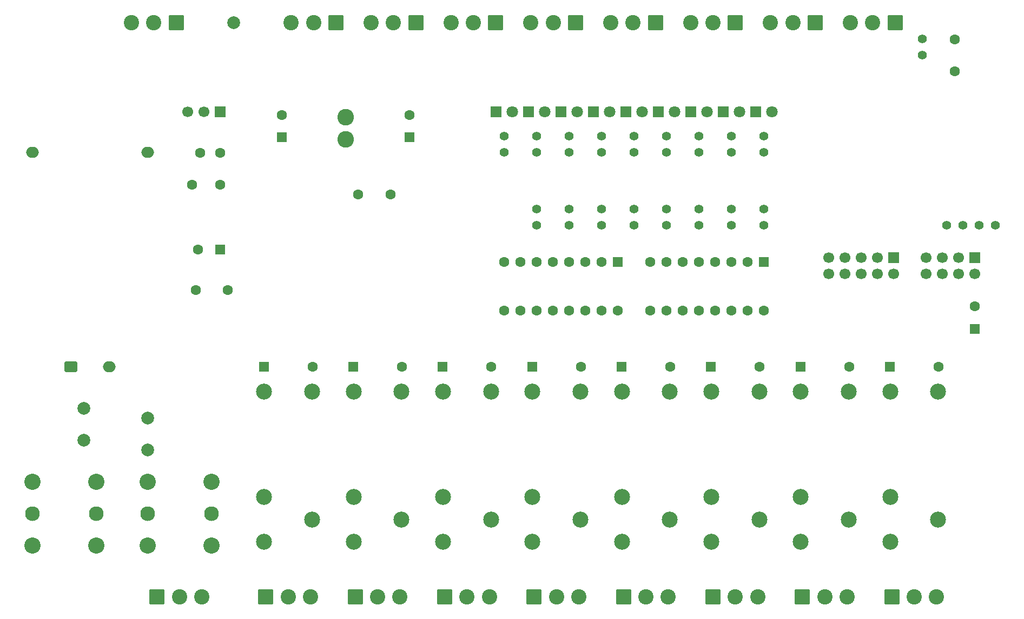
<source format=gbr>
%TF.GenerationSoftware,KiCad,Pcbnew,9.0.3*%
%TF.CreationDate,2025-07-21T16:07:52+02:00*%
%TF.ProjectId,lokho1-z,6c6f6b68-6f31-42d7-9a2e-6b696361645f,rev?*%
%TF.SameCoordinates,Original*%
%TF.FileFunction,Soldermask,Bot*%
%TF.FilePolarity,Negative*%
%FSLAX46Y46*%
G04 Gerber Fmt 4.6, Leading zero omitted, Abs format (unit mm)*
G04 Created by KiCad (PCBNEW 9.0.3) date 2025-07-21 16:07:52*
%MOMM*%
%LPD*%
G01*
G04 APERTURE LIST*
G04 Aperture macros list*
%AMRoundRect*
0 Rectangle with rounded corners*
0 $1 Rounding radius*
0 $2 $3 $4 $5 $6 $7 $8 $9 X,Y pos of 4 corners*
0 Add a 4 corners polygon primitive as box body*
4,1,4,$2,$3,$4,$5,$6,$7,$8,$9,$2,$3,0*
0 Add four circle primitives for the rounded corners*
1,1,$1+$1,$2,$3*
1,1,$1+$1,$4,$5*
1,1,$1+$1,$6,$7*
1,1,$1+$1,$8,$9*
0 Add four rect primitives between the rounded corners*
20,1,$1+$1,$2,$3,$4,$5,0*
20,1,$1+$1,$4,$5,$6,$7,0*
20,1,$1+$1,$6,$7,$8,$9,0*
20,1,$1+$1,$8,$9,$2,$3,0*%
G04 Aperture macros list end*
%ADD10C,1.400000*%
%ADD11C,2.000000*%
%ADD12C,1.600000*%
%ADD13C,2.540000*%
%ADD14C,2.300000*%
%ADD15RoundRect,0.250000X-0.550000X-0.550000X0.550000X-0.550000X0.550000X0.550000X-0.550000X0.550000X0*%
%ADD16C,2.400000*%
%ADD17RoundRect,0.250001X-0.949999X-0.949999X0.949999X-0.949999X0.949999X0.949999X-0.949999X0.949999X0*%
%ADD18C,2.500000*%
%ADD19C,1.700000*%
%ADD20R,1.700000X1.700000*%
%ADD21RoundRect,0.250000X0.550000X0.550000X-0.550000X0.550000X-0.550000X-0.550000X0.550000X-0.550000X0*%
%ADD22RoundRect,0.250000X0.550000X-0.550000X0.550000X0.550000X-0.550000X0.550000X-0.550000X-0.550000X0*%
%ADD23R,1.800000X1.800000*%
%ADD24C,1.800000*%
%ADD25RoundRect,0.250000X-0.550000X0.550000X-0.550000X-0.550000X0.550000X-0.550000X0.550000X0.550000X0*%
%ADD26C,2.600000*%
%ADD27RoundRect,0.250001X0.949999X0.949999X-0.949999X0.949999X-0.949999X-0.949999X0.949999X-0.949999X0*%
%ADD28O,2.000000X1.700000*%
%ADD29RoundRect,0.250000X0.750000X-0.600000X0.750000X0.600000X-0.750000X0.600000X-0.750000X-0.600000X0*%
G04 APERTURE END LIST*
D10*
%TO.C,R4*%
X185255000Y-60160000D03*
X185255000Y-57620000D03*
%TD*%
D11*
%TO.C,RV3*%
X54000000Y-120500000D03*
X64000000Y-122000000D03*
%TD*%
D12*
%TO.C,RV2*%
X70940000Y-80440000D03*
X72240000Y-75440000D03*
%TD*%
D11*
%TO.C,RV1*%
X54000000Y-115500000D03*
X64000000Y-117000000D03*
%TD*%
D12*
%TO.C,F3*%
X75400000Y-75440000D03*
X75400000Y-80440000D03*
%TD*%
D13*
%TO.C,F2*%
X46000000Y-127000000D03*
X46000000Y-137000000D03*
X56000000Y-127000000D03*
X56000000Y-137000000D03*
D14*
X46000000Y-132000000D03*
X56000000Y-132000000D03*
%TD*%
D13*
%TO.C,F1*%
X74000000Y-137000000D03*
X74000000Y-127000000D03*
X64000000Y-137000000D03*
X64000000Y-127000000D03*
D14*
X74000000Y-132000000D03*
X64000000Y-132000000D03*
%TD*%
D12*
%TO.C,D8*%
X117810000Y-109000000D03*
D15*
X110190000Y-109000000D03*
%TD*%
%TO.C,D6*%
X82190000Y-109000000D03*
D12*
X89810000Y-109000000D03*
%TD*%
%TO.C,D16*%
X173810000Y-109000000D03*
D15*
X166190000Y-109000000D03*
%TD*%
D12*
%TO.C,D12*%
X145810000Y-109000000D03*
D15*
X138190000Y-109000000D03*
%TD*%
D12*
%TO.C,D9*%
X131810000Y-109000000D03*
D15*
X124190000Y-109000000D03*
%TD*%
D12*
%TO.C,D13*%
X159810000Y-109000000D03*
D15*
X152190000Y-109000000D03*
%TD*%
D12*
%TO.C,D7*%
X103810000Y-109000000D03*
D15*
X96190000Y-109000000D03*
%TD*%
D16*
%TO.C,J9*%
X159500000Y-145000000D03*
X156000000Y-145000000D03*
D17*
X152500000Y-145000000D03*
%TD*%
D16*
%TO.C,J6*%
X117500000Y-145000000D03*
X114000000Y-145000000D03*
D17*
X110500000Y-145000000D03*
%TD*%
D16*
%TO.C,J8*%
X145500000Y-145000000D03*
X142000000Y-145000000D03*
D17*
X138500000Y-145000000D03*
%TD*%
D16*
%TO.C,J5*%
X103500000Y-145000000D03*
X100000000Y-145000000D03*
D17*
X96500000Y-145000000D03*
%TD*%
D16*
%TO.C,J4*%
X89500000Y-145000000D03*
X86000000Y-145000000D03*
D17*
X82500000Y-145000000D03*
%TD*%
D16*
%TO.C,J7*%
X131500000Y-145000000D03*
X128000000Y-145000000D03*
D17*
X124500000Y-145000000D03*
%TD*%
D16*
%TO.C,J10*%
X173500000Y-145000000D03*
X170000000Y-145000000D03*
D17*
X166500000Y-145000000D03*
%TD*%
D18*
%TO.C,RL5*%
X145750000Y-112900000D03*
X138250000Y-112900000D03*
X138250000Y-136400000D03*
X138250000Y-129400000D03*
X145750000Y-132900000D03*
%TD*%
%TO.C,RL7*%
X173750000Y-112900000D03*
X166250000Y-112900000D03*
X166250000Y-136400000D03*
X166250000Y-129400000D03*
X173750000Y-132900000D03*
%TD*%
%TO.C,RL2*%
X103750000Y-112900000D03*
X96250000Y-112900000D03*
X96250000Y-136400000D03*
X96250000Y-129400000D03*
X103750000Y-132900000D03*
%TD*%
%TO.C,RL3*%
X117750000Y-112900000D03*
X110250000Y-112900000D03*
X110250000Y-136400000D03*
X110250000Y-129400000D03*
X117750000Y-132900000D03*
%TD*%
%TO.C,RL1*%
X89750000Y-112900000D03*
X82250000Y-112900000D03*
X82250000Y-136400000D03*
X82250000Y-129400000D03*
X89750000Y-132900000D03*
%TD*%
%TO.C,RL4*%
X131750000Y-112900000D03*
X124250000Y-112900000D03*
X124250000Y-136400000D03*
X124250000Y-129400000D03*
X131750000Y-132900000D03*
%TD*%
%TO.C,RL6*%
X159750000Y-112900000D03*
X152250000Y-112900000D03*
X152250000Y-136400000D03*
X152250000Y-129400000D03*
X159750000Y-132900000D03*
%TD*%
D19*
%TO.C,J22*%
X70320000Y-69050000D03*
X72860000Y-69050000D03*
D20*
X75400000Y-69050000D03*
%TD*%
D17*
%TO.C,J21*%
X65500000Y-145000000D03*
D16*
X69000000Y-145000000D03*
X72500000Y-145000000D03*
%TD*%
D12*
%TO.C,C7*%
X76590000Y-96990000D03*
X71590000Y-96990000D03*
%TD*%
D21*
%TO.C,C6*%
X75400000Y-90640000D03*
D12*
X71900000Y-90640000D03*
%TD*%
%TO.C,C5*%
X190335000Y-57700000D03*
X190335000Y-62700000D03*
%TD*%
%TO.C,C2*%
X102000000Y-82000000D03*
X97000000Y-82000000D03*
%TD*%
D22*
%TO.C,C4*%
X193510000Y-103030000D03*
D12*
X193510000Y-99530000D03*
%TD*%
D10*
%TO.C,R12*%
X140170000Y-75400000D03*
X140170000Y-72860000D03*
%TD*%
%TO.C,R8*%
X140170000Y-84290000D03*
X140170000Y-86830000D03*
%TD*%
D23*
%TO.C,D4*%
X133820000Y-69050000D03*
D24*
X136360000Y-69050000D03*
%TD*%
D20*
%TO.C,J3*%
X180810000Y-91910000D03*
D19*
X180810000Y-94450000D03*
X178270000Y-91910000D03*
X178270000Y-94450000D03*
X175730000Y-91910000D03*
X175730000Y-94450000D03*
X173190000Y-91910000D03*
X173190000Y-94450000D03*
X170650000Y-91910000D03*
X170650000Y-94450000D03*
%TD*%
D10*
%TO.C,R9*%
X124930000Y-75400000D03*
X124930000Y-72860000D03*
%TD*%
%TO.C,R5*%
X124930000Y-86830000D03*
X124930000Y-84290000D03*
%TD*%
D25*
%TO.C,U4*%
X160490000Y-92545000D03*
D12*
X157950000Y-92545000D03*
X155410000Y-92545000D03*
X152870000Y-92545000D03*
X150330000Y-92545000D03*
X147790000Y-92545000D03*
X145250000Y-92545000D03*
X142710000Y-92545000D03*
X142710000Y-100165000D03*
X145250000Y-100165000D03*
X147790000Y-100165000D03*
X150330000Y-100165000D03*
X152870000Y-100165000D03*
X155410000Y-100165000D03*
X157950000Y-100165000D03*
X160490000Y-100165000D03*
%TD*%
D25*
%TO.C,U3*%
X137630000Y-92545000D03*
D12*
X135090000Y-92545000D03*
X132550000Y-92545000D03*
X130010000Y-92545000D03*
X127470000Y-92545000D03*
X124930000Y-92545000D03*
X122390000Y-92545000D03*
X119850000Y-92545000D03*
X119850000Y-100165000D03*
X122390000Y-100165000D03*
X124930000Y-100165000D03*
X127470000Y-100165000D03*
X130010000Y-100165000D03*
X132550000Y-100165000D03*
X135090000Y-100165000D03*
X137630000Y-100165000D03*
%TD*%
D18*
%TO.C,RL8*%
X187750000Y-132900000D03*
X180250000Y-129400000D03*
X180250000Y-136400000D03*
X180250000Y-112900000D03*
X187750000Y-112900000D03*
%TD*%
D10*
%TO.C,R20*%
X160490000Y-84290000D03*
X160490000Y-86830000D03*
%TD*%
%TO.C,R19*%
X160490000Y-75400000D03*
X160490000Y-72860000D03*
%TD*%
%TO.C,R18*%
X155410000Y-84290000D03*
X155410000Y-86830000D03*
%TD*%
%TO.C,R17*%
X155410000Y-75400000D03*
X155410000Y-72860000D03*
%TD*%
%TO.C,R16*%
X150330000Y-84290000D03*
X150330000Y-86830000D03*
%TD*%
%TO.C,R15*%
X150330000Y-75400000D03*
X150330000Y-72860000D03*
%TD*%
%TO.C,R14*%
X145250000Y-84290000D03*
X145250000Y-86830000D03*
%TD*%
%TO.C,R13*%
X145250000Y-75400000D03*
X145250000Y-72860000D03*
%TD*%
%TO.C,R11*%
X135090000Y-72860000D03*
X135090000Y-75400000D03*
%TD*%
%TO.C,R10*%
X130010000Y-72860000D03*
X130010000Y-75400000D03*
%TD*%
%TO.C,R7*%
X135090000Y-86830000D03*
X135090000Y-84290000D03*
%TD*%
%TO.C,R6*%
X130010000Y-86830000D03*
X130010000Y-84290000D03*
%TD*%
%TO.C,R3*%
X189065000Y-86830000D03*
X191605000Y-86830000D03*
%TD*%
%TO.C,R2*%
X194145000Y-86830000D03*
X196685000Y-86830000D03*
%TD*%
%TO.C,R1*%
X119850000Y-75400000D03*
X119850000Y-72860000D03*
%TD*%
D26*
%TO.C,L1*%
X94990000Y-73320000D03*
X94990000Y-69820000D03*
%TD*%
D27*
%TO.C,J19*%
X93500000Y-55000000D03*
D16*
X90000000Y-55000000D03*
X86500000Y-55000000D03*
%TD*%
D27*
%TO.C,J18*%
X106000000Y-55000000D03*
D16*
X102500000Y-55000000D03*
X99000000Y-55000000D03*
%TD*%
D27*
%TO.C,J17*%
X118500000Y-55000000D03*
D16*
X115000000Y-55000000D03*
X111500000Y-55000000D03*
%TD*%
D27*
%TO.C,J16*%
X131000000Y-55000000D03*
D16*
X127500000Y-55000000D03*
X124000000Y-55000000D03*
%TD*%
D27*
%TO.C,J15*%
X143500000Y-55000000D03*
D16*
X140000000Y-55000000D03*
X136500000Y-55000000D03*
%TD*%
D27*
%TO.C,J14*%
X156000000Y-55000000D03*
D16*
X152500000Y-55000000D03*
X149000000Y-55000000D03*
%TD*%
D27*
%TO.C,J13*%
X168500000Y-55000000D03*
D16*
X165000000Y-55000000D03*
X161500000Y-55000000D03*
%TD*%
%TO.C,J12*%
X174000000Y-55000000D03*
X177500000Y-55000000D03*
D27*
X181000000Y-55000000D03*
%TD*%
D17*
%TO.C,J11*%
X180500000Y-145000000D03*
D16*
X184000000Y-145000000D03*
X187500000Y-145000000D03*
%TD*%
D11*
%TO.C,J1*%
X77500000Y-55000000D03*
%TD*%
D15*
%TO.C,D17*%
X180190000Y-109000000D03*
D12*
X187810000Y-109000000D03*
%TD*%
D23*
%TO.C,D15*%
X159220000Y-69050000D03*
D24*
X161760000Y-69050000D03*
%TD*%
D23*
%TO.C,D14*%
X154140000Y-69050000D03*
D24*
X156680000Y-69050000D03*
%TD*%
D23*
%TO.C,D11*%
X149060000Y-69050000D03*
D24*
X151600000Y-69050000D03*
%TD*%
D23*
%TO.C,D10*%
X143980000Y-69050000D03*
D24*
X146520000Y-69050000D03*
%TD*%
D23*
%TO.C,D5*%
X138900000Y-69050000D03*
D24*
X141440000Y-69050000D03*
%TD*%
D23*
%TO.C,D3*%
X128740000Y-69050000D03*
D24*
X131280000Y-69050000D03*
%TD*%
D23*
%TO.C,D2*%
X123660000Y-69050000D03*
D24*
X126200000Y-69050000D03*
%TD*%
D23*
%TO.C,D1*%
X118580000Y-69050000D03*
D24*
X121120000Y-69050000D03*
%TD*%
D22*
%TO.C,C3*%
X105000000Y-73000000D03*
D12*
X105000000Y-69500000D03*
%TD*%
%TO.C,C1*%
X85000000Y-69500000D03*
D22*
X85000000Y-73000000D03*
%TD*%
D20*
%TO.C,J20*%
X193510000Y-91910000D03*
D19*
X193510000Y-94450000D03*
X190970000Y-91910000D03*
X190970000Y-94450000D03*
X188430000Y-91910000D03*
X188430000Y-94450000D03*
X185890000Y-91910000D03*
X185890000Y-94450000D03*
%TD*%
D27*
%TO.C,J2*%
X68500000Y-55000000D03*
D16*
X65000000Y-55000000D03*
X61500000Y-55000000D03*
%TD*%
D28*
%TO.C,PS1*%
X64000000Y-75400000D03*
X46000000Y-75400000D03*
X58000000Y-109000000D03*
D29*
X52000000Y-109000000D03*
%TD*%
M02*

</source>
